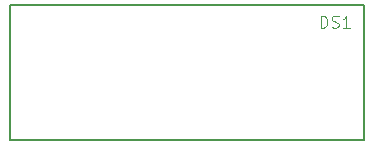
<source format=gbr>
%TF.GenerationSoftware,KiCad,Pcbnew,7.0.7*%
%TF.CreationDate,2024-01-18T22:30:25-05:00*%
%TF.ProjectId,oled_test-board,6f6c6564-5f74-4657-9374-2d626f617264,rev?*%
%TF.SameCoordinates,Original*%
%TF.FileFunction,Legend,Top*%
%TF.FilePolarity,Positive*%
%FSLAX46Y46*%
G04 Gerber Fmt 4.6, Leading zero omitted, Abs format (unit mm)*
G04 Created by KiCad (PCBNEW 7.0.7) date 2024-01-18 22:30:25*
%MOMM*%
%LPD*%
G01*
G04 APERTURE LIST*
%ADD10C,0.100000*%
%ADD11C,0.203200*%
G04 APERTURE END LIST*
D10*
X152765714Y-83767419D02*
X152765714Y-82767419D01*
X152765714Y-82767419D02*
X153003809Y-82767419D01*
X153003809Y-82767419D02*
X153146666Y-82815038D01*
X153146666Y-82815038D02*
X153241904Y-82910276D01*
X153241904Y-82910276D02*
X153289523Y-83005514D01*
X153289523Y-83005514D02*
X153337142Y-83195990D01*
X153337142Y-83195990D02*
X153337142Y-83338847D01*
X153337142Y-83338847D02*
X153289523Y-83529323D01*
X153289523Y-83529323D02*
X153241904Y-83624561D01*
X153241904Y-83624561D02*
X153146666Y-83719800D01*
X153146666Y-83719800D02*
X153003809Y-83767419D01*
X153003809Y-83767419D02*
X152765714Y-83767419D01*
X153718095Y-83719800D02*
X153860952Y-83767419D01*
X153860952Y-83767419D02*
X154099047Y-83767419D01*
X154099047Y-83767419D02*
X154194285Y-83719800D01*
X154194285Y-83719800D02*
X154241904Y-83672180D01*
X154241904Y-83672180D02*
X154289523Y-83576942D01*
X154289523Y-83576942D02*
X154289523Y-83481704D01*
X154289523Y-83481704D02*
X154241904Y-83386466D01*
X154241904Y-83386466D02*
X154194285Y-83338847D01*
X154194285Y-83338847D02*
X154099047Y-83291228D01*
X154099047Y-83291228D02*
X153908571Y-83243609D01*
X153908571Y-83243609D02*
X153813333Y-83195990D01*
X153813333Y-83195990D02*
X153765714Y-83148371D01*
X153765714Y-83148371D02*
X153718095Y-83053133D01*
X153718095Y-83053133D02*
X153718095Y-82957895D01*
X153718095Y-82957895D02*
X153765714Y-82862657D01*
X153765714Y-82862657D02*
X153813333Y-82815038D01*
X153813333Y-82815038D02*
X153908571Y-82767419D01*
X153908571Y-82767419D02*
X154146666Y-82767419D01*
X154146666Y-82767419D02*
X154289523Y-82815038D01*
X155241904Y-83767419D02*
X154670476Y-83767419D01*
X154956190Y-83767419D02*
X154956190Y-82767419D01*
X154956190Y-82767419D02*
X154860952Y-82910276D01*
X154860952Y-82910276D02*
X154765714Y-83005514D01*
X154765714Y-83005514D02*
X154670476Y-83053133D01*
D11*
%TO.C,DS1*%
X126480000Y-81810000D02*
X126480000Y-93310000D01*
X156480000Y-81810000D02*
X126480000Y-81810000D01*
X156480000Y-81810000D02*
X156480000Y-93310000D01*
X156480000Y-93310000D02*
X126480000Y-93310000D01*
%TD*%
M02*

</source>
